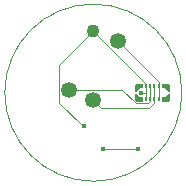
<source format=gbr>
%TF.GenerationSoftware,KiCad,Pcbnew,9.0.0*%
%TF.CreationDate,2025-03-13T16:48:12-04:00*%
%TF.ProjectId,IngestibleCapsule-Board_larger_vias,496e6765-7374-4696-926c-654361707375,rev?*%
%TF.SameCoordinates,Original*%
%TF.FileFunction,Copper,L2,Bot*%
%TF.FilePolarity,Positive*%
%FSLAX46Y46*%
G04 Gerber Fmt 4.6, Leading zero omitted, Abs format (unit mm)*
G04 Created by KiCad (PCBNEW 9.0.0) date 2025-03-13 16:48:12*
%MOMM*%
%LPD*%
G01*
G04 APERTURE LIST*
%TA.AperFunction,EtchedComponent*%
%ADD10C,0.000000*%
%TD*%
%TA.AperFunction,ComponentPad*%
%ADD11C,1.350000*%
%TD*%
%TA.AperFunction,ComponentPad*%
%ADD12C,1.100000*%
%TD*%
%TA.AperFunction,SMDPad,CuDef*%
%ADD13R,0.230000X0.350000*%
%TD*%
%TA.AperFunction,ViaPad*%
%ADD14C,0.450000*%
%TD*%
%TA.AperFunction,Conductor*%
%ADD15C,0.100000*%
%TD*%
%TA.AperFunction,Profile*%
%ADD16C,0.050000*%
%TD*%
G04 APERTURE END LIST*
D10*
%TA.AperFunction,EtchedComponent*%
%TO.C,J3*%
G36*
X104225001Y-94600000D02*
G01*
X103945001Y-94600000D01*
X103715001Y-94919999D01*
X103500001Y-94919999D01*
X103500001Y-94389999D01*
X103639999Y-94250000D01*
X104225001Y-94250000D01*
X104225001Y-94600000D01*
G37*
%TD.AperFunction*%
%TA.AperFunction,EtchedComponent*%
G36*
X103945001Y-95400000D02*
G01*
X104225001Y-95400000D01*
X104225001Y-95750000D01*
X103639999Y-95750000D01*
X103500001Y-95610001D01*
X103500001Y-95080001D01*
X103715001Y-95080001D01*
X103945001Y-95400000D01*
G37*
%TD.AperFunction*%
%TA.AperFunction,EtchedComponent*%
G36*
X106499999Y-94389999D02*
G01*
X106499999Y-94919999D01*
X106284999Y-94919999D01*
X106054999Y-94600000D01*
X105774999Y-94600000D01*
X105774999Y-94250000D01*
X106360001Y-94250000D01*
X106499999Y-94389999D01*
G37*
%TD.AperFunction*%
%TA.AperFunction,EtchedComponent*%
G36*
X106499999Y-95610001D02*
G01*
X106360001Y-95750000D01*
X105774999Y-95750000D01*
X105774999Y-95400000D01*
X106054999Y-95400000D01*
X106284999Y-95080001D01*
X106499999Y-95080001D01*
X106499999Y-95610001D01*
G37*
%TD.AperFunction*%
%TD*%
D11*
%TO.P,U2,1,SDA*%
%TO.N,/SEN_I2C_SDA*%
X100000000Y-95600000D03*
%TO.P,U2,2,VDD*%
%TO.N,I2C_VDD*%
X102065000Y-90615000D03*
D12*
%TO.P,U2,3,GND*%
%TO.N,I2C_GND*%
X100000000Y-89760000D03*
D11*
%TO.P,U2,4,SCL*%
%TO.N,/SEN_I2C_SCL*%
X97935000Y-94745000D03*
%TD*%
D13*
%TO.P,J3,1,1*%
%TO.N,I2C_GND*%
X104475000Y-94425000D03*
X104475000Y-95575000D03*
%TO.P,J3,2,2*%
%TO.N,/SEN_I2C_SCL*%
X104824999Y-94425000D03*
X104824999Y-95575000D03*
%TO.P,J3,3,3*%
%TO.N,/SEN_I2C_SDA*%
X105175001Y-94425000D03*
X105175001Y-95575000D03*
%TO.P,J3,4,4*%
%TO.N,I2C_VDD*%
X105525000Y-94425000D03*
X105525000Y-95575000D03*
%TD*%
D14*
%TO.N,I2C_GND*%
X104059900Y-95003004D03*
X99190000Y-97820000D03*
%TO.N,Net-(U3-SDO{slash}ADDR)*%
X103750000Y-99750000D03*
X100820000Y-99770000D03*
%TD*%
D15*
%TO.N,/SEN_I2C_SDA*%
X104750001Y-96275000D02*
X105175001Y-95850000D01*
%TO.N,/SEN_I2C_SCL*%
X104824999Y-94425000D02*
X104824999Y-95575000D01*
%TO.N,I2C_VDD*%
X102065000Y-90615000D02*
X105525000Y-94075000D01*
%TO.N,/SEN_I2C_SCL*%
X104658001Y-95901000D02*
X104824999Y-95734002D01*
%TO.N,/SEN_I2C_SDA*%
X105175001Y-94425000D02*
X105175001Y-95575000D01*
%TO.N,I2C_VDD*%
X105525000Y-94425000D02*
X105525000Y-95575000D01*
%TO.N,I2C_GND*%
X104475000Y-94235000D02*
X104475000Y-94425000D01*
X99095000Y-97820000D02*
X97109000Y-95834000D01*
X99190000Y-97820000D02*
X99095000Y-97820000D01*
%TO.N,Net-(U3-SDO{slash}ADDR)*%
X100840000Y-99750000D02*
X100820000Y-99770000D01*
X103750000Y-99750000D02*
X100840000Y-99750000D01*
%TO.N,/SEN_I2C_SCL*%
X102421451Y-94745000D02*
X103577451Y-95901000D01*
%TO.N,I2C_GND*%
X104475000Y-94425000D02*
X104475000Y-95000000D01*
%TO.N,/SEN_I2C_SDA*%
X100000000Y-95600000D02*
X100675000Y-96275000D01*
%TO.N,I2C_GND*%
X104059900Y-95003004D02*
X104062904Y-95000000D01*
%TO.N,/SEN_I2C_SCL*%
X103577451Y-95901000D02*
X104658001Y-95901000D01*
%TO.N,I2C_GND*%
X97109000Y-95834000D02*
X97109000Y-92651000D01*
%TO.N,/SEN_I2C_SDA*%
X100675000Y-96275000D02*
X104750001Y-96275000D01*
X105175001Y-95850000D02*
X105175001Y-95575000D01*
%TO.N,/SEN_I2C_SCL*%
X97935000Y-94745000D02*
X102421451Y-94745000D01*
%TO.N,I2C_GND*%
X104475000Y-95000000D02*
X104475000Y-95575000D01*
X100000000Y-89760000D02*
X104475000Y-94235000D01*
X97109000Y-92651000D02*
X100000000Y-89760000D01*
%TO.N,/SEN_I2C_SCL*%
X104824999Y-95734002D02*
X104824999Y-95575000D01*
%TO.N,I2C_GND*%
X104062904Y-95000000D02*
X104475000Y-95000000D01*
%TO.N,I2C_VDD*%
X105525000Y-94075000D02*
X105525000Y-94425000D01*
%TD*%
D16*
X107500000Y-95000000D02*
G75*
G02*
X92500000Y-95000000I-7500000J0D01*
G01*
X92500000Y-95000000D02*
G75*
G02*
X107500000Y-95000000I7500000J0D01*
G01*
M02*

</source>
